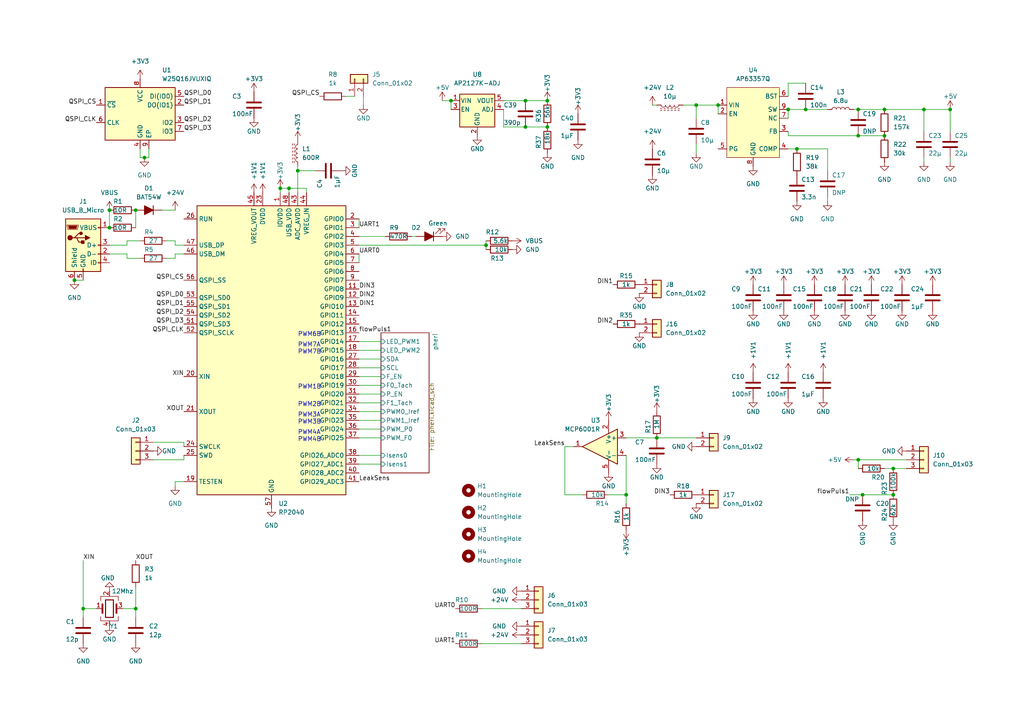
<source format=kicad_sch>
(kicad_sch (version 20211123) (generator eeschema)
  (paper "A4")
  (lib_symbols
    (symbol "Amplifier_Operational:MCP6001R" (pin_names (offset 0.127))
      (property "Reference" "U" (at 0 5.08 0))
      (property "Value" "MCP6001R" (at 0 -5.08 0))
      (symbol "MCP6001R_0_1"
        (pin power_in line (at -2.54 7.62 270) (length 3.81) (name "V+") (number "2"))
        (pin power_in line (at -2.54 -7.62 90) (length 3.81) (name "V-") (number "5"))
      )
      (symbol "MCP6001R_1_1"
        (pin output line (at 7.62 0 180) (length 2.54) (name "~") (number "1"))
        (pin input line (at -7.62 2.54 0) (length 2.54) (name "+") (number "3"))
        (pin input line (at -7.62 -2.54 0) (length 2.54) (name "-") (number "4"))
      )
    )
    (symbol "Bergi:AP63357Q"
      (property "Reference" "U" (at -6.35 11.43 0))
      (property "Value" "AP63357Q" (at -2.54 8.89 0))
      (symbol "AP63357Q_1_1"
        (pin unspecified line (at -10.16 2.54 0) (length 2.54) (name "VIN") (number "1"))
        (pin unspecified line (at -10.16 0 0) (length 2.54) (name "EN") (number "2"))
        (pin unspecified line (at 10.16 -5.08 180) (length 2.54) (name "FB") (number "3"))
        (pin unspecified line (at 10.16 -10.16 180) (length 2.54) (name "COMP") (number "4"))
        (pin unspecified line (at -10.16 -10.16 0) (length 2.54) (name "PG") (number "5"))
        (pin unspecified line (at 10.16 5.08 180) (length 2.54) (name "BST") (number "6"))
        (pin unspecified line (at 10.16 -1.27 180) (length 2.54) (name "NC") (number "7"))
        (pin unspecified line (at 0 -15.24 90) (length 2.54) (name "GND") (number "8"))
        (pin unspecified line (at 10.16 1.27 180) (length 2.54) (name "SW") (number "9"))
      )
    )
    (symbol "Bergi:W25Q16JVUXIQ"
      (property "Reference" "U" (at -8.89 8.89 0))
      (property "Value" "W25Q16JVUXIQ" (at 7.62 8.89 0))
      (symbol "W25Q16JVUXIQ_1_1"
        (pin input line (at -12.7 2.54 0) (length 2.54) (name "~{CS}") (number "1"))
        (pin bidirectional line (at 12.7 2.54 180) (length 2.54) (name "DO(IO1)") (number "2"))
        (pin bidirectional line (at 12.7 -2.54 180) (length 2.54) (name "IO2") (number "3"))
        (pin power_in line (at 0 -10.16 90) (length 2.54) (name "GND") (number "4"))
        (pin bidirectional line (at 12.7 5.08 180) (length 2.54) (name "DI(IO0)") (number "5"))
        (pin input line (at -12.7 -2.54 0) (length 2.54) (name "CLK") (number "6"))
        (pin bidirectional line (at 12.7 -5.08 180) (length 2.54) (name "IO3") (number "7"))
        (pin power_in line (at 0 10.16 270) (length 2.54) (name "VCC") (number "8"))
        (pin passive line (at 2.54 -10.16 90) (length 2.54) (name "EP") (number "9"))
      )
    )
    (symbol "Connector:USB_B_Micro" (pin_names (offset 1.016))
      (property "Reference" "J" (at -5.08 11.43 0))
      (property "Value" "USB_B_Micro" (at -5.08 8.89 0))
      (symbol "USB_B_Micro_1_1"
        (pin power_out line (at 7.62 5.08 180) (length 2.54) (name "VBUS") (number "1"))
        (pin bidirectional line (at 7.62 -2.54 180) (length 2.54) (name "D-") (number "2"))
        (pin bidirectional line (at 7.62 0 180) (length 2.54) (name "D+") (number "3"))
        (pin passive line (at 7.62 -5.08 180) (length 2.54) (name "ID") (number "4"))
        (pin power_out line (at 0 -10.16 90) (length 2.54) (name "GND") (number "5"))
        (pin passive line (at -2.54 -10.16 90) (length 2.54) (name "Shield") (number "6"))
      )
    )
    (symbol "Connector_Generic:Conn_01x02" (pin_names (offset 1.016) hide)
      (property "Reference" "J" (at 0 2.54 0))
      (property "Value" "Conn_01x02" (at 0 -5.08 0))
      (symbol "Conn_01x02_1_1"
        (pin passive line (at -5.08 0 0) (length 3.81) (name "Pin_1") (number "1"))
        (pin passive line (at -5.08 -2.54 0) (length 3.81) (name "Pin_2") (number "2"))
      )
    )
    (symbol "Connector_Generic:Conn_01x03" (pin_names (offset 1.016) hide)
      (property "Reference" "J" (at 0 5.08 0))
      (property "Value" "Conn_01x03" (at 0 -5.08 0))
      (symbol "Conn_01x03_1_1"
        (pin passive line (at -5.08 2.54 0) (length 3.81) (name "Pin_1") (number "1"))
        (pin passive line (at -5.08 0 0) (length 3.81) (name "Pin_2") (number "2"))
        (pin passive line (at -5.08 -2.54 0) (length 3.81) (name "Pin_3") (number "3"))
      )
    )
    (symbol "Device:C" (pin_numbers hide) (pin_names (offset 0.254))
      (property "Reference" "C" (at 0.635 2.54 0))
      (property "Value" "C" (at 0.635 -2.54 0))
      (symbol "C_1_1"
        (pin passive line (at 0 3.81 270) (length 2.794) (name "~") (number "1"))
        (pin passive line (at 0 -3.81 90) (length 2.794) (name "~") (number "2"))
      )
    )
    (symbol "Device:Crystal_GND24" (pin_names (offset 1.016) hide)
      (property "Reference" "Y" (at 3.175 5.08 0))
      (property "Value" "Crystal_GND24" (at 3.175 3.175 0))
      (symbol "Crystal_GND24_1_1"
        (pin passive line (at -3.81 0 0) (length 1.27) (name "1") (number "1"))
        (pin passive line (at 0 5.08 270) (length 1.27) (name "2") (number "2"))
        (pin passive line (at 3.81 0 180) (length 1.27) (name "3") (number "3"))
        (pin passive line (at 0 -5.08 90) (length 1.27) (name "4") (number "4"))
      )
    )
    (symbol "Device:D_Filled" (pin_numbers hide) (pin_names (offset 1.016) hide)
      (property "Reference" "D" (at 0 2.54 0))
      (property "Value" "D_Filled" (at 0 -2.54 0))
      (symbol "D_Filled_1_1"
        (pin passive line (at -3.81 0 0) (length 2.54) (name "K") (number "1"))
        (pin passive line (at 3.81 0 180) (length 2.54) (name "A") (number "2"))
      )
    )
    (symbol "Device:L" (pin_numbers hide) (pin_names (offset 1.016) hide)
      (property "Reference" "L" (at -1.27 0 90))
      (property "Value" "L" (at 1.905 0 90))
      (symbol "L_1_1"
        (pin passive line (at 0 3.81 270) (length 1.27) (name "1") (number "1"))
        (pin passive line (at 0 -3.81 90) (length 1.27) (name "2") (number "2"))
      )
    )
    (symbol "Device:LED_Filled" (pin_numbers hide) (pin_names (offset 1.016) hide)
      (property "Reference" "D" (at 0 2.54 0))
      (property "Value" "LED_Filled" (at 0 -2.54 0))
      (symbol "LED_Filled_1_1"
        (pin passive line (at -3.81 0 0) (length 2.54) (name "K") (number "1"))
        (pin passive line (at 3.81 0 180) (length 2.54) (name "A") (number "2"))
      )
    )
    (symbol "Device:L_Ferrite" (pin_numbers hide) (pin_names (offset 1.016) hide)
      (property "Reference" "L" (at -1.27 0 90))
      (property "Value" "L_Ferrite" (at 2.794 0 90))
      (symbol "L_Ferrite_1_1"
        (pin passive line (at 0 3.81 270) (length 1.27) (name "1") (number "1"))
        (pin passive line (at 0 -3.81 90) (length 1.27) (name "2") (number "2"))
      )
    )
    (symbol "Device:R" (pin_numbers hide) (pin_names (offset 0))
      (property "Reference" "R" (at 2.032 0 90))
      (property "Value" "R" (at 0 0 90))
      (symbol "R_1_1"
        (pin passive line (at 0 3.81 270) (length 1.27) (name "~") (number "1"))
        (pin passive line (at 0 -3.81 90) (length 1.27) (name "~") (number "2"))
      )
    )
    (symbol "MCU_RaspberryPi:RP2040"
      (property "Reference" "U" (at 17.78 45.72 0))
      (property "Value" "RP2040" (at 17.78 43.18 0))
      (symbol "RP2040_1_1"
        (pin power_in line (at 2.54 45.72 270) (length 3.81) (name "IOVDD") (number "1"))
        (pin passive line (at 2.54 45.72 270) (length 3.81) hide (name "IOVDD") (number "10"))
        (pin bidirectional line (at 25.4 17.78 180) (length 3.81) (name "GPIO8") (number "11"))
        (pin bidirectional line (at 25.4 15.24 180) (length 3.81) (name "GPIO9") (number "12"))
        (pin bidirectional line (at 25.4 12.7 180) (length 3.81) (name "GPIO10") (number "13"))
        (pin bidirectional line (at 25.4 10.16 180) (length 3.81) (name "GPIO11") (number "14"))
        (pin bidirectional line (at 25.4 7.62 180) (length 3.81) (name "GPIO12") (number "15"))
        (pin bidirectional line (at 25.4 5.08 180) (length 3.81) (name "GPIO13") (number "16"))
        (pin bidirectional line (at 25.4 2.54 180) (length 3.81) (name "GPIO14") (number "17"))
        (pin bidirectional line (at 25.4 0 180) (length 3.81) (name "GPIO15") (number "18"))
        (pin input line (at -25.4 -38.1 0) (length 3.81) (name "TESTEN") (number "19"))
        (pin bidirectional line (at 25.4 38.1 180) (length 3.81) (name "GPIO0") (number "2"))
        (pin input line (at -25.4 -7.62 0) (length 3.81) (name "XIN") (number "20"))
        (pin passive line (at -25.4 -17.78 0) (length 3.81) (name "XOUT") (number "21"))
        (pin passive line (at 2.54 45.72 270) (length 3.81) hide (name "IOVDD") (number "22"))
        (pin power_in line (at -2.54 45.72 270) (length 3.81) (name "DVDD") (number "23"))
        (pin output line (at -25.4 -27.94 0) (length 3.81) (name "SWCLK") (number "24"))
        (pin bidirectional line (at -25.4 -30.48 0) (length 3.81) (name "SWD") (number "25"))
        (pin input line (at -25.4 38.1 0) (length 3.81) (name "RUN") (number "26"))
        (pin bidirectional line (at 25.4 -2.54 180) (length 3.81) (name "GPIO16") (number "27"))
        (pin bidirectional line (at 25.4 -5.08 180) (length 3.81) (name "GPIO17") (number "28"))
        (pin bidirectional line (at 25.4 -7.62 180) (length 3.81) (name "GPIO18") (number "29"))
        (pin bidirectional line (at 25.4 35.56 180) (length 3.81) (name "GPIO1") (number "3"))
        (pin bidirectional line (at 25.4 -10.16 180) (length 3.81) (name "GPIO19") (number "30"))
        (pin bidirectional line (at 25.4 -12.7 180) (length 3.81) (name "GPIO20") (number "31"))
        (pin bidirectional line (at 25.4 -15.24 180) (length 3.81) (name "GPIO21") (number "32"))
        (pin passive line (at 2.54 45.72 270) (length 3.81) hide (name "IOVDD") (number "33"))
        (pin bidirectional line (at 25.4 -17.78 180) (length 3.81) (name "GPIO22") (number "34"))
        (pin bidirectional line (at 25.4 -20.32 180) (length 3.81) (name "GPIO23") (number "35"))
        (pin bidirectional line (at 25.4 -22.86 180) (length 3.81) (name "GPIO24") (number "36"))
        (pin bidirectional line (at 25.4 -25.4 180) (length 3.81) (name "GPIO25") (number "37"))
        (pin bidirectional line (at 25.4 -30.48 180) (length 3.81) (name "GPIO26_ADC0") (number "38"))
        (pin bidirectional line (at 25.4 -33.02 180) (length 3.81) (name "GPIO27_ADC1") (number "39"))
        (pin bidirectional line (at 25.4 33.02 180) (length 3.81) (name "GPIO2") (number "4"))
        (pin bidirectional line (at 25.4 -35.56 180) (length 3.81) (name "GPIO28_ADC2") (number "40"))
        (pin bidirectional line (at 25.4 -38.1 180) (length 3.81) (name "GPIO29_ADC3") (number "41"))
        (pin passive line (at 2.54 45.72 270) (length 3.81) hide (name "IOVDD") (number "42"))
        (pin power_in line (at 7.62 45.72 270) (length 3.81) (name "ADC_AVDD") (number "43"))
        (pin power_in line (at 10.16 45.72 270) (length 3.81) (name "VREG_IN") (number "44"))
        (pin power_out line (at -5.08 45.72 270) (length 3.81) (name "VREG_VOUT") (number "45"))
        (pin bidirectional line (at -25.4 27.94 0) (length 3.81) (name "USB_DM") (number "46"))
        (pin bidirectional line (at -25.4 30.48 0) (length 3.81) (name "USB_DP") (number "47"))
        (pin power_in line (at 5.08 45.72 270) (length 3.81) (name "USB_VDD") (number "48"))
        (pin passive line (at 2.54 45.72 270) (length 3.81) hide (name "IOVDD") (number "49"))
        (pin bidirectional line (at 25.4 30.48 180) (length 3.81) (name "GPIO3") (number "5"))
        (pin passive line (at -2.54 45.72 270) (length 3.81) hide (name "DVDD") (number "50"))
        (pin bidirectional line (at -25.4 7.62 0) (length 3.81) (name "QSPI_SD3") (number "51"))
        (pin output line (at -25.4 5.08 0) (length 3.81) (name "QSPI_SCLK") (number "52"))
        (pin bidirectional line (at -25.4 15.24 0) (length 3.81) (name "QSPI_SD0") (number "53"))
        (pin bidirectional line (at -25.4 10.16 0) (length 3.81) (name "QSPI_SD2") (number "54"))
        (pin bidirectional line (at -25.4 12.7 0) (length 3.81) (name "QSPI_SD1") (number "55"))
        (pin bidirectional line (at -25.4 20.32 0) (length 3.81) (name "QSPI_SS") (number "56"))
        (pin power_in line (at 0 -45.72 90) (length 3.81) (name "GND") (number "57"))
        (pin bidirectional line (at 25.4 27.94 180) (length 3.81) (name "GPIO4") (number "6"))
        (pin bidirectional line (at 25.4 25.4 180) (length 3.81) (name "GPIO5") (number "7"))
        (pin bidirectional line (at 25.4 22.86 180) (length 3.81) (name "GPIO6") (number "8"))
        (pin bidirectional line (at 25.4 20.32 180) (length 3.81) (name "GPIO7") (number "9"))
      )
    )
    (symbol "Mechanical:MountingHole" (pin_names (offset 1.016))
      (property "Reference" "H" (at 0 5.08 0))
      (property "Value" "MountingHole" (at 0 3.175 0))
    )
    (symbol "Regulator_Linear:AP2127K-ADJ" (pin_names (offset 0.254))
      (property "Reference" "U" (at -5.08 5.715 0))
      (property "Value" "AP2127K-ADJ" (at 0 5.715 0))
      (symbol "AP2127K-ADJ_1_1"
        (pin power_in line (at -7.62 2.54 0) (length 2.54) (name "VIN") (number "1"))
        (pin power_in line (at 0 -7.62 90) (length 2.54) (name "GND") (number "2"))
        (pin input line (at -7.62 0 0) (length 2.54) (name "EN") (number "3"))
        (pin input line (at 7.62 0 180) (length 2.54) (name "ADJ") (number "4"))
        (pin power_out line (at 7.62 2.54 180) (length 2.54) (name "VOUT") (number "5"))
      )
    )
    (symbol "power:+1V1" (power) (pin_names (offset 0))
      (property "Value" "+1V1" (at 0 3.556 0))
      (symbol "+1V1_1_1"
        (pin power_in line (at 0 0 90) (length 0) hide (name "+1V1") (number "1"))
      )
    )
    (symbol "power:+24V" (power) (pin_names (offset 0))
      (property "Value" "+24V" (at 0 3.556 0))
      (symbol "+24V_1_1"
        (pin power_in line (at 0 0 90) (length 0) hide (name "+24V") (number "1"))
      )
    )
    (symbol "power:+3V3" (power) (pin_names (offset 0))
      (property "Value" "+3V3" (at 0 3.556 0))
      (symbol "+3V3_1_1"
        (pin power_in line (at 0 0 90) (length 0) hide (name "+3V3") (number "1"))
      )
    )
    (symbol "power:+5V" (power) (pin_names (offset 0))
      (property "Value" "+5V" (at 0 3.556 0))
      (symbol "+5V_1_1"
        (pin power_in line (at 0 0 90) (length 0) hide (name "+5V") (number "1"))
      )
    )
    (symbol "power:GND" (power) (pin_names (offset 0))
      (property "Value" "GND" (at 0 -3.81 0))
      (symbol "GND_1_1"
        (pin power_in line (at 0 0 270) (length 0) hide (name "GND") (number "1"))
      )
    )
    (symbol "power:VBUS" (power) (pin_names (offset 0))
      (property "Value" "VBUS" (at 0 3.81 0))
      (symbol "VBUS_1_1"
        (pin power_in line (at 0 0 90) (length 0) hide (name "VBUS") (number "1"))
      )
    )
  )
  (junction (at 152.4 36.83))
  (junction (at 181.61 143.51))
  (junction (at 152.4 29.21))
  (junction (at 201.93 30.48))
  (junction (at 248.92 133.35))
  (junction (at 39.37 60.96))
  (junction (at 31.75 66.04))
  (junction (at 21.59 81.28))
  (junction (at 256.54 31.75))
  (junction (at 86.36 49.53))
  (junction (at 259.08 135.89))
  (junction (at 259.08 143.51))
  (junction (at 41.91 45.72))
  (junction (at 130.81 29.21))
  (junction (at 81.28 54.61))
  (junction (at 158.75 29.21))
  (junction (at 140.97 71.12))
  (junction (at 228.6 31.75))
  (junction (at 83.82 54.61))
  (junction (at 24.13 176.53))
  (junction (at 231.14 43.18))
  (junction (at 39.37 176.53))
  (junction (at 267.97 31.75))
  (junction (at 233.68 31.75))
  (junction (at 248.92 31.75))
  (junction (at 256.54 39.37))
  (junction (at 158.75 36.83))
  (junction (at 190.5 127))
  (junction (at 31.75 60.96))
  (junction (at 275.59 31.75))
  (junction (at 250.19 143.51))
  (junction (at 208.28 30.48))
  (junction (at 248.92 39.37))
  (wire (pts (xy 104.14 73.66) (xy 104.14 76.2)))
  (wire (pts (xy 81.28 54.61) (xy 83.82 54.61)))
  (wire (pts (xy 128.27 29.21) (xy 130.81 29.21)))
  (wire (pts (xy 40.64 43.18) (xy 40.64 45.72)))
  (wire (pts (xy 275.59 46.99) (xy 275.59 45.72)))
  (wire (pts (xy 104.14 109.22) (xy 110.49 109.22)))
  (wire (pts (xy 83.82 54.61) (xy 88.9 54.61)))
  (wire (pts (xy 198.12 30.48) (xy 201.93 30.48)))
  (wire (pts (xy 248.92 31.75) (xy 256.54 31.75)))
  (wire (pts (xy 104.14 134.62) (xy 110.49 134.62)))
  (wire (pts (xy 24.13 162.56) (xy 24.13 176.53)))
  (wire (pts (xy 50.8 69.85) (xy 48.26 69.85)))
  (wire (pts (xy 104.14 71.12) (xy 140.97 71.12)))
  (wire (pts (xy 248.92 133.35) (xy 248.92 135.89)))
  (wire (pts (xy 44.45 133.35) (xy 53.34 133.35)))
  (wire (pts (xy 228.6 34.29) (xy 228.6 31.75)))
  (wire (pts (xy 119.38 68.58) (xy 120.65 68.58)))
  (wire (pts (xy 208.28 30.48) (xy 208.28 33.02)))
  (wire (pts (xy 259.08 135.89) (xy 262.89 135.89)))
  (wire (pts (xy 181.61 127) (xy 190.5 127)))
  (wire (pts (xy 50.8 73.66) (xy 53.34 73.66)))
  (wire (pts (xy 104.14 114.3) (xy 110.49 114.3)))
  (wire (pts (xy 163.83 129.54) (xy 166.37 129.54)))
  (wire (pts (xy 140.97 71.12) (xy 140.97 72.39)))
  (wire (pts (xy 53.34 71.12) (xy 50.8 71.12)))
  (wire (pts (xy 100.33 27.94) (xy 102.87 27.94)))
  (wire (pts (xy 104.14 104.14) (xy 110.49 104.14)))
  (wire (pts (xy 104.14 99.06) (xy 110.49 99.06)))
  (wire (pts (xy 104.14 121.92) (xy 110.49 121.92)))
  (wire (pts (xy 104.14 63.5) (xy 104.14 66.04)))
  (wire (pts (xy 43.18 45.72) (xy 43.18 43.18)))
  (wire (pts (xy 246.38 143.51) (xy 250.19 143.51)))
  (wire (pts (xy 231.14 43.18) (xy 228.6 43.18)))
  (wire (pts (xy 50.8 71.12) (xy 50.8 69.85)))
  (wire (pts (xy 36.83 69.85) (xy 36.83 71.12)))
  (wire (pts (xy 104.14 68.58) (xy 111.76 68.58)))
  (wire (pts (xy 50.8 139.7) (xy 53.34 139.7)))
  (wire (pts (xy 181.61 143.51) (xy 181.61 146.05)))
  (wire (pts (xy 104.14 132.08) (xy 110.49 132.08)))
  (wire (pts (xy 105.41 27.94) (xy 105.41 30.48)))
  (wire (pts (xy 163.83 143.51) (xy 163.83 129.54)))
  (wire (pts (xy 176.53 143.51) (xy 181.61 143.51)))
  (wire (pts (xy 201.93 34.29) (xy 201.93 30.48)))
  (wire (pts (xy 267.97 46.99) (xy 267.97 45.72)))
  (wire (pts (xy 189.23 30.48) (xy 190.5 30.48)))
  (wire (pts (xy 201.93 30.48) (xy 208.28 30.48)))
  (wire (pts (xy 140.97 69.85) (xy 140.97 71.12)))
  (wire (pts (xy 168.91 143.51) (xy 163.83 143.51)))
  (wire (pts (xy 130.81 29.21) (xy 130.81 31.75)))
  (wire (pts (xy 146.05 31.75) (xy 146.05 36.83)))
  (wire (pts (xy 240.03 49.53) (xy 240.03 43.18)))
  (wire (pts (xy 228.6 27.94) (xy 228.6 24.13)))
  (wire (pts (xy 53.34 128.27) (xy 44.45 128.27)))
  (wire (pts (xy 104.14 124.46) (xy 110.49 124.46)))
  (wire (pts (xy 39.37 176.53) (xy 39.37 179.07)))
  (wire (pts (xy 233.68 31.75) (xy 240.03 31.75)))
  (wire (pts (xy 81.28 54.61) (xy 81.28 55.88)))
  (wire (pts (xy 31.75 73.66) (xy 36.83 73.66)))
  (wire (pts (xy 35.56 176.53) (xy 39.37 176.53)))
  (wire (pts (xy 83.82 54.61) (xy 83.82 55.88)))
  (wire (pts (xy 240.03 58.42) (xy 240.03 57.15)))
  (wire (pts (xy 21.59 81.28) (xy 24.13 81.28)))
  (wire (pts (xy 248.92 133.35) (xy 262.89 133.35)))
  (wire (pts (xy 275.59 38.1) (xy 275.59 31.75)))
  (wire (pts (xy 139.7 186.69) (xy 151.13 186.69)))
  (wire (pts (xy 31.75 66.04) (xy 31.75 60.96)))
  (wire (pts (xy 190.5 127) (xy 201.93 127)))
  (wire (pts (xy 24.13 176.53) (xy 27.94 176.53)))
  (wire (pts (xy 104.14 101.6) (xy 110.49 101.6)))
  (wire (pts (xy 104.14 106.68) (xy 110.49 106.68)))
  (wire (pts (xy 152.4 29.21) (xy 158.75 29.21)))
  (wire (pts (xy 88.9 54.61) (xy 88.9 55.88)))
  (wire (pts (xy 267.97 31.75) (xy 267.97 38.1)))
  (wire (pts (xy 228.6 39.37) (xy 248.92 39.37)))
  (wire (pts (xy 104.14 127) (xy 110.49 127)))
  (wire (pts (xy 152.4 36.83) (xy 158.75 36.83)))
  (wire (pts (xy 40.64 45.72) (xy 41.91 45.72)))
  (wire (pts (xy 24.13 179.07) (xy 24.13 176.53)))
  (wire (pts (xy 248.92 39.37) (xy 256.54 39.37)))
  (wire (pts (xy 256.54 31.75) (xy 267.97 31.75)))
  (wire (pts (xy 247.65 31.75) (xy 248.92 31.75)))
  (wire (pts (xy 256.54 135.89) (xy 259.08 135.89)))
  (wire (pts (xy 104.14 119.38) (xy 110.49 119.38)))
  (wire (pts (xy 40.64 69.85) (xy 36.83 69.85)))
  (wire (pts (xy 53.34 133.35) (xy 53.34 132.08)))
  (wire (pts (xy 48.26 74.93) (xy 50.8 74.93)))
  (wire (pts (xy 247.65 133.35) (xy 248.92 133.35)))
  (wire (pts (xy 146.05 36.83) (xy 152.4 36.83)))
  (wire (pts (xy 250.19 143.51) (xy 259.08 143.51)))
  (wire (pts (xy 86.36 49.53) (xy 86.36 55.88)))
  (wire (pts (xy 53.34 129.54) (xy 53.34 128.27)))
  (wire (pts (xy 201.93 44.45) (xy 201.93 41.91)))
  (wire (pts (xy 104.14 116.84) (xy 110.49 116.84)))
  (wire (pts (xy 39.37 170.18) (xy 39.37 176.53)))
  (wire (pts (xy 50.8 74.93) (xy 50.8 73.66)))
  (wire (pts (xy 41.91 45.72) (xy 43.18 45.72)))
  (wire (pts (xy 36.83 74.93) (xy 40.64 74.93)))
  (wire (pts (xy 139.7 176.53) (xy 151.13 176.53)))
  (wire (pts (xy 86.36 49.53) (xy 91.44 49.53)))
  (wire (pts (xy 36.83 71.12) (xy 31.75 71.12)))
  (wire (pts (xy 39.37 60.96) (xy 39.37 66.04)))
  (wire (pts (xy 50.8 140.97) (xy 50.8 139.7)))
  (wire (pts (xy 36.83 73.66) (xy 36.83 74.93)))
  (wire (pts (xy 86.36 48.26) (xy 86.36 49.53)))
  (wire (pts (xy 228.6 24.13) (xy 233.68 24.13)))
  (wire (pts (xy 275.59 31.75) (xy 267.97 31.75)))
  (wire (pts (xy 228.6 31.75) (xy 233.68 31.75)))
  (wire (pts (xy 104.14 111.76) (xy 110.49 111.76)))
  (wire (pts (xy 228.6 38.1) (xy 228.6 39.37)))
  (wire (pts (xy 146.05 29.21) (xy 152.4 29.21)))
  (wire (pts (xy 46.99 60.96) (xy 50.8 60.96)))
  (wire (pts (xy 181.61 132.08) (xy 181.61 143.51)))
  (wire (pts (xy 240.03 43.18) (xy 231.14 43.18)))
  (text "PWM2B" (at 86.36 118.11 0) (effects (font (size 1.27 1.27)) (justify left bottom)))
  (text "PWM3A\nPWM3B" (at 86.36 123.19 0) (effects (font (size 1.27 1.27)) (justify left bottom)))
  (text "PWM6B" (at 86.36 97.79 0) (effects (font (size 1.27 1.27)) (justify left bottom)))
  (text "PWM7A\nPWM7B" (at 86.36 102.87 0) (effects (font (size 1.27 1.27)) (justify left bottom)))
  (text "PWM1B" (at 86.36 113.03 0) (effects (font (size 1.27 1.27)) (justify left bottom)))
  (text "PWM4A\nPWM4B" (at 86.36 128.27 0) (effects (font (size 1.27 1.27)) (justify left bottom)))
  (label "LeakSens" (at 163.83 129.54 180))
  (label "XIN" (at 24.13 162.56 0))
  (label "QSPI_D1" (at 53.34 88.9 180))
  (label "UART1" (at 104.14 66.04 0))
  (label "DIN1" (at 177.8 82.55 180))
  (label "DIN1" (at 104.14 88.9 0))
  (label "QSPI_CS" (at 92.71 27.94 180))
  (label "QSPI_CS" (at 53.34 81.28 180))
  (label "XOUT" (at 39.37 162.56 0))
  (label "UART1" (at 132.08 186.69 180))
  (label "QSPI_CLK" (at 27.94 35.56 180))
  (label "UART0" (at 104.14 73.66 0))
  (label "DIN2" (at 104.14 86.36 0))
  (label "QSPI_D1" (at 53.34 30.48 0))
  (label "QSPI_D0" (at 53.34 27.94 0))
  (label "DIN2" (at 177.8 93.98 180))
  (label "flowPuls1" (at 246.38 143.51 180))
  (label "QSPI_D2" (at 53.34 35.56 0))
  (label "DIN3" (at 104.14 83.82 0))
  (label "XOUT" (at 53.34 119.38 180))
  (label "UART0" (at 132.08 176.53 180))
  (label "QSPI_D0" (at 53.34 86.36 180))
  (label "flowPuls1" (at 104.14 96.52 0))
  (label "QSPI_D3" (at 53.34 93.98 180))
  (label "QSPI_D2" (at 53.34 91.44 180))
  (label "XIN" (at 53.34 109.22 180))
  (label "LeakSens" (at 104.14 139.7 0))
  (label "QSPI_CLK" (at 53.34 96.52 180))
  (label "QSPI_D3" (at 53.34 38.1 0))
  (label "DIN3" (at 194.31 143.51 180))
  (label "QSPI_CS" (at 27.94 30.48 180))
  (symbol (lib_id "Device:R") (at 259.08 139.7 0) (unit 1)
    (property "Reference" "R23" (at 256.54 139.7 90) (effects (justify right)))
    (property "Value" "100k" (at 259.08 137.16 90) (effects (justify right)))
    (property "Footprint" "Resistor_SMD:R_0603_1608Metric" (effects hide))
  )
  (symbol (lib_id "Bergi:W25Q16JVUXIQ") (at 40.64 33.02 0) (unit 1)
    (property "Reference" "U1" (at 46.99 20.32 0) (effects (justify left)))
    (property "Value" "W25Q16JVUXIQ" (at 46.99 22.86 0) (effects (justify left)))
    (property "Footprint" "Bergi:DFN-8-1EP_3x2mm_P0.5mm_EP0.3x1.6mm" (effects hide))
    (property "Datasheet" "http://www.winbond.com/resource-files/w25q32jv%20revg%2003272018%20plus.pdf" (effects hide))
  )
  (symbol (lib_id "Mechanical:MountingHole") (at 135.89 161.29 0) (unit 1)
    (property "Reference" "H4" (at 138.43 160.0199 0) (effects (justify left)))
    (property "Value" "MountingHole" (at 138.43 162.5599 0) (effects (justify left)))
    (property "Footprint" "MountingHole:MountingHole_3.2mm_M3_DIN965" (effects hide))
  )
  (symbol (lib_id "Bergi:AP63357Q") (at 218.44 33.02 0) (unit 1)
    (property "Reference" "U4" (at 218.44 20.32 0))
    (property "Value" "AP63357Q" (at 218.44 22.86 0))
    (property "Footprint" "Bergi:V-DFN3020-13" (effects hide))
  )
  (symbol (lib_id "Device:R") (at 96.52 27.94 90) (unit 1)
    (property "Reference" "R8" (at 96.52 21.59 90))
    (property "Value" "1k" (at 96.52 24.13 90))
    (property "Footprint" "Resistor_SMD:R_0603_1608Metric" (effects hide))
  )
  (symbol (lib_id "power:GND") (at 44.45 130.81 90) (unit 1)
    (property "Reference" "#PWR09" (effects hide))
    (property "Value" "GND" (at 46.99 130.81 90) (effects (justify right)))
  )
  (symbol (lib_id "power:GND") (at 189.23 50.8 0) (unit 1)
    (property "Reference" "#PWR040" (effects hide))
    (property "Value" "GND" (at 189.23 54.61 0))
  )
  (symbol (lib_id "power:+5V") (at 128.27 29.21 0) (unit 1)
    (property "Reference" "#PWR0103" (effects hide))
    (property "Value" "+5V" (at 128.27 25.4 0))
  )
  (symbol (lib_id "Device:R") (at 158.75 40.64 180) (unit 1)
    (property "Reference" "R37" (at 156.21 43.18 90) (effects (justify right)))
    (property "Value" "18k" (at 158.75 41.91 90) (effects (justify right)))
    (property "Footprint" "Resistor_SMD:R_0603_1608Metric" (effects hide))
  )
  (symbol (lib_id "Device:R") (at 231.14 46.99 0) (unit 1)
    (property "Reference" "R19" (at 233.68 45.7199 0) (effects (justify left)))
    (property "Value" "38k" (at 233.68 48.2599 0) (effects (justify left)))
    (property "Footprint" "Resistor_SMD:R_0603_1608Metric" (effects hide))
  )
  (symbol (lib_id "Device:C") (at 228.6 111.76 0) (unit 1)
    (property "Reference" "C12" (at 222.25 109.22 0) (effects (justify left)))
    (property "Value" "100nF" (at 222.25 114.3 0) (effects (justify left)))
    (property "Footprint" "Capacitor_SMD:C_0603_1608Metric" (effects hide))
  )
  (symbol (lib_id "power:GND") (at 128.27 68.58 90) (unit 1)
    (property "Reference" "#PWR027" (effects hide))
    (property "Value" "GND" (at 132.08 68.5799 90) (effects (justify right)))
  )
  (symbol (lib_id "power:VBUS") (at 31.75 60.96 0) (unit 1)
    (property "Reference" "#PWR03" (effects hide))
    (property "Value" "VBUS" (at 31.75 55.88 0))
  )
  (symbol (lib_id "Device:C") (at 275.59 41.91 180) (unit 1)
    (property "Reference" "C25" (at 276.86 39.37 0) (effects (justify right)))
    (property "Value" "22µ" (at 276.86 44.45 0) (effects (justify right)))
    (property "Footprint" "Capacitor_SMD:C_1206_3216Metric" (effects hide))
  )
  (symbol (lib_id "Device:C") (at 248.92 35.56 180) (unit 1)
    (property "Reference" "C19" (at 250.19 33.02 0) (effects (justify right)))
    (property "Value" "DNP" (at 250.19 38.1 0) (effects (justify right)))
    (property "Footprint" "Capacitor_SMD:C_0603_1608Metric" (effects hide))
  )
  (symbol (lib_id "Device:C") (at 218.44 111.76 0) (unit 1)
    (property "Reference" "C10" (at 212.09 109.22 0) (effects (justify left)))
    (property "Value" "100nF" (at 212.09 114.3 0) (effects (justify left)))
    (property "Footprint" "Capacitor_SMD:C_0603_1608Metric" (effects hide))
  )
  (symbol (lib_id "power:GND") (at 176.53 137.16 0) (unit 1)
    (property "Reference" "#PWR035" (effects hide))
    (property "Value" "GND" (at 176.53 140.97 0))
  )
  (symbol (lib_id "Connector_Generic:Conn_01x02") (at 190.5 93.98 0) (unit 1)
    (property "Reference" "J16" (at 193.04 93.9799 0) (effects (justify left)))
    (property "Value" "Conn_01x02" (at 193.04 96.5199 0) (effects (justify left)))
    (property "Footprint" "Connector_JST:JST_EH_B2B-EH-A_1x02_P2.50mm_Vertical" (effects hide))
  )
  (symbol (lib_id "Device:R") (at 158.75 33.02 180) (unit 1)
    (property "Reference" "R36" (at 156.21 35.56 90) (effects (justify right)))
    (property "Value" "56k" (at 158.75 34.29 90) (effects (justify right)))
    (property "Footprint" "Resistor_SMD:R_0603_1608Metric" (effects hide))
  )
  (symbol (lib_id "Device:C") (at 252.73 86.36 0) (unit 1)
    (property "Reference" "C21" (at 246.38 83.82 0) (effects (justify left)))
    (property "Value" "100nF" (at 246.38 88.9 0) (effects (justify left)))
    (property "Footprint" "Capacitor_SMD:C_0603_1608Metric" (effects hide))
  )
  (symbol (lib_id "power:+3V3") (at 270.51 82.55 0) (unit 1)
    (property "Reference" "#PWR072" (effects hide))
    (property "Value" "+3V3" (at 270.51 78.74 0))
  )
  (symbol (lib_id "Device:R") (at 135.89 186.69 270) (unit 1)
    (property "Reference" "R11" (at 135.89 184.15 90) (effects (justify right)))
    (property "Value" "100R" (at 138.43 186.69 90) (effects (justify right)))
    (property "Footprint" "Resistor_SMD:R_0603_1608Metric" (effects hide))
  )
  (symbol (lib_id "Device:L") (at 243.84 31.75 90) (unit 1)
    (property "Reference" "L3" (at 243.84 26.67 90))
    (property "Value" "6.8u" (at 243.84 29.21 90))
    (property "Footprint" "Inductor_SMD:L_Taiyo-Yuden_NR-30xx" (effects hide))
    (property "HTN" "NR3015T6R8M" (effects hide))
  )
  (symbol (lib_id "Device:C") (at 190.5 130.81 0) (unit 1)
    (property "Reference" "C7" (at 184.15 128.27 0) (effects (justify left)))
    (property "Value" "100nF" (at 184.15 133.35 0) (effects (justify left)))
    (property "Footprint" "Capacitor_SMD:C_0603_1608Metric" (effects hide))
  )
  (symbol (lib_id "power:GND") (at 259.08 151.13 0) (unit 1)
    (property "Reference" "#PWR067" (effects hide))
    (property "Value" "GND" (at 259.08 156.21 90))
  )
  (symbol (lib_id "power:+24V") (at 50.8 60.96 0) (unit 1)
    (property "Reference" "#PWR010" (effects hide))
    (property "Value" "+24V" (at 50.8 55.88 0))
  )
  (symbol (lib_id "Device:C") (at 201.93 38.1 180) (unit 1)
    (property "Reference" "C8" (at 203.2 35.56 0) (effects (justify right)))
    (property "Value" "10µ" (at 203.2 40.64 0) (effects (justify right)))
    (property "Footprint" "Capacitor_SMD:C_1210_3225Metric" (effects hide))
  )
  (symbol (lib_id "Device:R") (at 198.12 143.51 90) (unit 1)
    (property "Reference" "R18" (at 198.12 140.97 90))
    (property "Value" "1k" (at 198.12 143.51 90))
    (property "Footprint" "Resistor_SMD:R_0603_1608Metric" (effects hide))
  )
  (symbol (lib_id "power:GND") (at 227.33 90.17 0) (unit 1)
    (property "Reference" "#PWR051" (effects hide))
    (property "Value" "GND" (at 227.33 93.98 0))
  )
  (symbol (lib_id "power:+3V3") (at 218.44 82.55 0) (unit 1)
    (property "Reference" "#PWR046" (effects hide))
    (property "Value" "+3V3" (at 218.44 78.74 0))
  )
  (symbol (lib_id "Device:C") (at 236.22 86.36 0) (unit 1)
    (property "Reference" "C15" (at 229.87 83.82 0) (effects (justify left)))
    (property "Value" "100nF" (at 229.87 88.9 0) (effects (justify left)))
    (property "Footprint" "Capacitor_SMD:C_0603_1608Metric" (effects hide))
  )
  (symbol (lib_id "Device:R") (at 181.61 149.86 180) (unit 1)
    (property "Reference" "R16" (at 179.07 149.86 90))
    (property "Value" "1k" (at 181.61 149.86 90))
    (property "Footprint" "Resistor_SMD:R_0603_1608Metric" (effects hide))
  )
  (symbol (lib_id "Device:C") (at 261.62 86.36 0) (unit 1)
    (property "Reference" "C22" (at 255.27 83.82 0) (effects (justify left)))
    (property "Value" "100nF" (at 255.27 88.9 0) (effects (justify left)))
    (property "Footprint" "Capacitor_SMD:C_0603_1608Metric" (effects hide))
  )
  (symbol (lib_id "Device:C") (at 218.44 86.36 0) (unit 1)
    (property "Reference" "C9" (at 212.09 83.82 0) (effects (justify left)))
    (property "Value" "100nF" (at 212.09 88.9 0) (effects (justify left)))
    (property "Footprint" "Capacitor_SMD:C_0603_1608Metric" (effects hide))
  )
  (symbol (lib_id "Device:C") (at 238.76 111.76 0) (unit 1)
    (property "Reference" "C16" (at 232.41 109.22 0) (effects (justify left)))
    (property "Value" "1µF" (at 232.41 114.3 0) (effects (justify left)))
    (property "Footprint" "Capacitor_SMD:C_0603_1608Metric" (effects hide))
  )
  (symbol (lib_id "Device:R") (at 256.54 43.18 0) (unit 1)
    (property "Reference" "R22" (at 259.08 41.9099 0) (effects (justify left)))
    (property "Value" "30k" (at 259.08 44.4499 0) (effects (justify left)))
    (property "Footprint" "Resistor_SMD:R_0603_1608Metric" (effects hide))
  )
  (symbol (lib_id "power:GND") (at 218.44 48.26 0) (unit 1)
    (property "Reference" "#PWR045" (effects hide))
    (property "Value" "GND" (at 218.44 53.34 0))
  )
  (symbol (lib_id "power:+3V3") (at 73.66 26.67 0) (unit 1)
    (property "Reference" "#PWR012" (effects hide))
    (property "Value" "+3V3" (at 73.66 22.86 0))
  )
  (symbol (lib_id "power:GND") (at 236.22 90.17 0) (unit 1)
    (property "Reference" "#PWR056" (effects hide))
    (property "Value" "GND" (at 236.22 93.98 0))
  )
  (symbol (lib_id "power:GND") (at 218.44 90.17 0) (unit 1)
    (property "Reference" "#PWR047" (effects hide))
    (property "Value" "GND" (at 218.44 93.98 0))
  )
  (symbol (lib_id "Device:R") (at 44.45 74.93 90) (unit 1)
    (property "Reference" "R5" (at 43.18 72.39 90))
    (property "Value" "27" (at 44.45 74.93 90))
    (property "Footprint" "Resistor_SMD:R_0603_1608Metric" (effects hide))
  )
  (symbol (lib_id "power:+3V3") (at 236.22 82.55 0) (unit 1)
    (property "Reference" "#PWR055" (effects hide))
    (property "Value" "+3V3" (at 236.22 78.74 0))
  )
  (symbol (lib_id "power:GND") (at 231.14 58.42 0) (unit 1)
    (property "Reference" "#PWR054" (effects hide))
    (property "Value" "GND" (at 231.14 63.5 0))
  )
  (symbol (lib_id "Device:R") (at 39.37 166.37 0) (unit 1)
    (property "Reference" "R3" (at 41.91 165.0999 0) (effects (justify left)))
    (property "Value" "1k" (at 41.91 167.6399 0) (effects (justify left)))
    (property "Footprint" "Resistor_SMD:R_0603_1608Metric" (effects hide))
  )
  (symbol (lib_id "Device:R") (at 252.73 135.89 90) (unit 1)
    (property "Reference" "R20" (at 252.73 138.43 90) (effects (justify right)))
    (property "Value" "10k" (at 251.46 135.89 90) (effects (justify right)))
    (property "Footprint" "Resistor_SMD:R_0603_1608Metric" (effects hide))
  )
  (symbol (lib_id "power:+3V3") (at 227.33 82.55 0) (unit 1)
    (property "Reference" "#PWR050" (effects hide))
    (property "Value" "+3V3" (at 227.33 78.74 0))
  )
  (symbol (lib_id "Connector_Generic:Conn_01x03") (at 156.21 184.15 0) (unit 1)
    (property "Reference" "J7" (at 158.75 182.8799 0) (effects (justify left)))
    (property "Value" "Conn_01x03" (at 158.75 185.4199 0) (effects (justify left)))
    (property "Footprint" "Connector_Molex:Molex_KK-254_AE-6410-03A_1x03_P2.54mm_Vertical" (effects hide))
  )
  (symbol (lib_id "Device:C") (at 167.64 36.83 0) (unit 1)
    (property "Reference" "C40" (at 162.56 34.29 0) (effects (justify left)))
    (property "Value" "1µF" (at 162.56 39.37 0) (effects (justify left)))
    (property "Footprint" "Capacitor_SMD:C_0603_1608Metric" (effects hide))
  )
  (symbol (lib_id "power:+3V3") (at 167.64 33.02 0) (unit 1)
    (property "Reference" "#PWR0106" (effects hide))
    (property "Value" "+3V3" (at 167.64 27.94 90))
  )
  (symbol (lib_id "power:+3V3") (at 81.28 54.61 0) (unit 1)
    (property "Reference" "#PWR017" (effects hide))
    (property "Value" "+3V3" (at 81.28 49.53 90))
  )
  (symbol (lib_id "Device:L_Ferrite") (at 194.31 30.48 270) (unit 1)
    (property "Reference" "L2" (at 194.31 25.4 90))
    (property "Value" "10µ" (at 194.31 27.94 90))
    (property "Footprint" "Inductor_SMD:L_0805_2012Metric" (effects hide))
  )
  (symbol (lib_id "Connector_Generic:Conn_01x03") (at 156.21 173.99 0) (unit 1)
    (property "Reference" "J6" (at 158.75 172.7199 0) (effects (justify left)))
    (property "Value" "Conn_01x03" (at 158.75 175.2599 0) (effects (justify left)))
    (property "Footprint" "Connector_Molex:Molex_KK-254_AE-6410-03A_1x03_P2.54mm_Vertical" (effects hide))
  )
  (symbol (lib_id "power:GND") (at 201.93 146.05 0) (unit 1)
    (property "Reference" "#PWR0101" (effects hide))
    (property "Value" "GND" (at 201.93 149.86 0))
  )
  (symbol (lib_id "power:GND") (at 31.75 181.61 0) (unit 1)
    (property "Reference" "#PWR05" (effects hide))
    (property "Value" "GND" (at 31.75 185.42 0))
  )
  (symbol (lib_id "Connector:USB_B_Micro") (at 24.13 71.12 0) (unit 1)
    (property "Reference" "J1" (at 24.13 58.42 0))
    (property "Value" "USB_B_Micro" (at 24.13 60.96 0))
    (property "Footprint" "Connector_USB:USB_Micro-B_GCT_USB3076-30-A" (effects hide))
    (property "HTN" "USB3076-30, USB3075-30" (effects hide))
  )
  (symbol (lib_id "power:GND") (at 73.66 34.29 0) (unit 1)
    (property "Reference" "#PWR013" (effects hide))
    (property "Value" "GND" (at 73.66 38.1 0))
  )
  (symbol (lib_id "power:+1V1") (at 218.44 107.95 0) (unit 1)
    (property "Reference" "#PWR048" (effects hide))
    (property "Value" "+1V1" (at 218.44 101.6 90))
  )
  (symbol (lib_id "Device:R") (at 44.45 69.85 90) (unit 1)
    (property "Reference" "R4" (at 43.18 67.31 90))
    (property "Value" "27" (at 44.45 69.85 90))
    (property "Footprint" "Resistor_SMD:R_0603_1608Metric" (effects hide))
  )
  (symbol (lib_id "power:GND") (at 275.59 46.99 0) (unit 1)
    (property "Reference" "#PWR075" (effects hide))
    (property "Value" "GND" (at 275.59 52.07 0))
  )
  (symbol (lib_id "power:GND") (at 270.51 90.17 0) (unit 1)
    (property "Reference" "#PWR073" (effects hide))
    (property "Value" "GND" (at 270.51 93.98 0))
  )
  (symbol (lib_id "power:GND") (at 39.37 186.69 0) (unit 1)
    (property "Reference" "#PWR06" (effects hide))
    (property "Value" "GND" (at 39.37 191.77 0))
  )
  (symbol (lib_id "Device:C") (at 245.11 86.36 0) (unit 1)
    (property "Reference" "C18" (at 238.76 83.82 0) (effects (justify left)))
    (property "Value" "100nF" (at 238.76 88.9 0) (effects (justify left)))
    (property "Footprint" "Capacitor_SMD:C_0603_1608Metric" (effects hide))
  )
  (symbol (lib_id "Device:R") (at 256.54 35.56 0) (unit 1)
    (property "Reference" "R21" (at 259.08 34.2899 0) (effects (justify left)))
    (property "Value" "157k" (at 259.08 36.8299 0) (effects (justify left)))
    (property "Footprint" "Resistor_SMD:R_0603_1608Metric" (effects hide))
  )
  (symbol (lib_id "power:+3V3") (at 176.53 121.92 0) (unit 1)
    (property "Reference" "#PWR034" (effects hide))
    (property "Value" "+3V3" (at 176.53 116.84 90))
  )
  (symbol (lib_id "power:+1V1") (at 73.66 55.88 0) (unit 1)
    (property "Reference" "#PWR014" (effects hide))
    (property "Value" "+1V1" (at 73.66 49.53 90))
  )
  (symbol (lib_id "power:+24V") (at 189.23 30.48 0) (unit 1)
    (property "Reference" "#PWR038" (effects hide))
    (property "Value" "+24V" (at 189.23 25.4 0))
  )
  (symbol (lib_id "power:+1V1") (at 238.76 107.95 0) (unit 1)
    (property "Reference" "#PWR057" (effects hide))
    (property "Value" "+1V1" (at 238.76 101.6 90))
  )
  (symbol (lib_id "Device:C") (at 189.23 46.99 180) (unit 1)
    (property "Reference" "C6" (at 190.5 44.45 0) (effects (justify right)))
    (property "Value" "10µ" (at 190.5 49.53 0) (effects (justify right)))
    (property "Footprint" "Capacitor_SMD:C_1210_3225Metric" (effects hide))
  )
  (symbol (lib_id "power:+24V") (at 151.13 184.15 90) (unit 1)
    (property "Reference" "#PWR033" (effects hide))
    (property "Value" "+24V" (at 142.24 184.15 90) (effects (justify right)))
  )
  (symbol (lib_id "power:GND") (at 250.19 151.13 0) (unit 1)
    (property "Reference" "#PWR063" (effects hide))
    (property "Value" "GND" (at 250.19 156.21 90))
  )
  (symbol (lib_id "Device:R") (at 172.72 143.51 90) (unit 1)
    (property "Reference" "R14" (at 172.72 146.05 90) (effects (justify right)))
    (property "Value" "10k" (at 171.45 143.51 90) (effects (justify right)))
    (property "Footprint" "Resistor_SMD:R_0603_1608Metric" (effects hide))
  )
  (symbol (lib_id "power:+3V3") (at 245.11 82.55 0) (unit 1)
    (property "Reference" "#PWR060" (effects hide))
    (property "Value" "+3V3" (at 245.11 78.74 0))
  )
  (symbol (lib_id "Regulator_Linear:AP2127K-ADJ") (at 138.43 31.75 0) (unit 1)
    (property "Reference" "U8" (at 138.43 21.59 0))
    (property "Value" "AP2127K-ADJ" (at 138.43 24.13 0))
    (property "Footprint" "Package_TO_SOT_SMD:SOT-23-5" (effects hide))
    (property "Datasheet" "https://www.diodes.com/assets/Datasheets/AP2127.pdf" (effects hide))
  )
  (symbol (lib_id "Device:R") (at 35.56 66.04 270) (unit 1)
    (property "Reference" "R2" (at 35.56 63.5 90) (effects (justify right)))
    (property "Value" "10R" (at 36.83 66.04 90) (effects (justify right)))
    (property "Footprint" "Resistor_SMD:R_0603_1608Metric" (effects hide))
  )
  (symbol (lib_id "power:GND") (at 31.75 171.45 180) (unit 1)
    (property "Reference" "#PWR04" (effects hide))
    (property "Value" "GND" (at 29.21 167.64 0) (effects (justify right)))
  )
  (symbol (lib_id "power:+1V1") (at 76.2 55.88 0) (unit 1)
    (property "Reference" "#PWR015" (effects hide))
    (property "Value" "+1V1" (at 76.2 49.53 90))
  )
  (symbol (lib_id "power:+24V") (at 151.13 173.99 90) (unit 1)
    (property "Reference" "#PWR031" (effects hide))
    (property "Value" "+24V" (at 142.24 173.99 90) (effects (justify right)))
  )
  (symbol (lib_id "power:GND") (at 238.76 115.57 0) (unit 1)
    (property "Reference" "#PWR058" (effects hide))
    (property "Value" "GND" (at 238.76 119.38 0))
  )
  (symbol (lib_id "power:GND") (at 151.13 171.45 270) (unit 1)
    (property "Reference" "#PWR030" (effects hide))
    (property "Value" "GND" (at 144.78 171.45 90))
  )
  (symbol (lib_id "power:GND") (at 201.93 44.45 0) (unit 1)
    (property "Reference" "#PWR043" (effects hide))
    (property "Value" "GND" (at 201.93 48.26 0))
  )
  (symbol (lib_id "Device:C") (at 227.33 86.36 0) (unit 1)
    (property "Reference" "C11" (at 219.71 83.82 0) (effects (justify left)))
    (property "Value" "100nF" (at 220.98 88.9 0) (effects (justify left)))
    (property "Footprint" "Capacitor_SMD:C_0603_1608Metric" (effects hide))
  )
  (symbol (lib_id "Device:C") (at 240.03 53.34 180) (unit 1)
    (property "Reference" "C17" (at 241.3 50.8 0) (effects (justify right)))
    (property "Value" "DNP" (at 241.3 55.88 0) (effects (justify right)))
    (property "Footprint" "Capacitor_SMD:C_0603_1608Metric" (effects hide))
  )
  (symbol (lib_id "power:+24V") (at 189.23 43.18 0) (unit 1)
    (property "Reference" "#PWR039" (effects hide))
    (property "Value" "+24V" (at 189.23 38.1 0))
  )
  (symbol (lib_id "Connector_Generic:Conn_01x02") (at 190.5 82.55 0) (unit 1)
    (property "Reference" "J8" (at 193.04 82.5499 0) (effects (justify left)))
    (property "Value" "Conn_01x02" (at 193.04 85.0899 0) (effects (justify left)))
    (property "Footprint" "Connector_JST:JST_EH_B2B-EH-A_1x02_P2.50mm_Vertical" (effects hide))
  )
  (symbol (lib_id "Device:C") (at 267.97 41.91 180) (unit 1)
    (property "Reference" "C23" (at 269.24 39.37 0) (effects (justify right)))
    (property "Value" "22µ" (at 269.24 44.45 0) (effects (justify right)))
    (property "Footprint" "Capacitor_SMD:C_1206_3216Metric" (effects hide))
  )
  (symbol (lib_id "power:GND") (at 185.42 96.52 0) (unit 1)
    (property "Reference" "#PWR099" (effects hide))
    (property "Value" "GND" (at 185.42 100.33 0))
  )
  (symbol (lib_id "Device:R") (at 35.56 60.96 270) (unit 1)
    (property "Reference" "R1" (at 35.56 58.42 90) (effects (justify right)))
    (property "Value" "10R" (at 36.83 60.96 90) (effects (justify right)))
    (property "Footprint" "Resistor_SMD:R_0603_1608Metric" (effects hide))
  )
  (symbol (lib_id "power:GND") (at 262.89 130.81 270) (unit 1)
    (property "Reference" "#PWR070" (effects hide))
    (property "Value" "GND" (at 257.81 130.81 90))
  )
  (symbol (lib_id "Device:LED_Filled") (at 124.46 68.58 180) (unit 1)
    (property "Reference" "D2" (at 120.65 66.04 0))
    (property "Value" "Green" (at 127 64.77 0))
    (property "Footprint" "LED_SMD:LED_0603_1608Metric" (effects hide))
  )
  (symbol (lib_id "Connector_Generic:Conn_01x03") (at 39.37 130.81 0) (mirror y) (unit 1)
    (property "Reference" "J2" (at 39.37 121.92 0))
    (property "Value" "Conn_01x03" (at 39.37 124.46 0))
    (property "Footprint" "Connector_PinHeader_2.54mm:PinHeader_1x03_P2.54mm_Vertical" (effects hide))
  )
  (symbol (lib_id "power:VBUS") (at 148.59 69.85 270) (unit 1)
    (property "Reference" "#PWR028" (effects hide))
    (property "Value" "VBUS" (at 152.4 69.8499 90) (effects (justify left)))
  )
  (symbol (lib_id "power:GND") (at 218.44 115.57 0) (unit 1)
    (property "Reference" "#PWR049" (effects hide))
    (property "Value" "GND" (at 218.44 119.38 0))
  )
  (symbol (lib_id "power:GND") (at 245.11 90.17 0) (unit 1)
    (property "Reference" "#PWR061" (effects hide))
    (property "Value" "GND" (at 245.11 93.98 0))
  )
  (symbol (lib_id "MCU_RaspberryPi:RP2040") (at 78.74 101.6 0) (unit 1)
    (property "Reference" "U2" (at 80.7594 146.05 0) (effects (justify left)))
    (property "Value" "RP2040" (at 80.7594 148.59 0) (effects (justify left)))
    (property "Footprint" "Package_DFN_QFN:QFN-56-1EP_7x7mm_P0.4mm_EP3.2x3.2mm" (effects hide))
    (property "Datasheet" "https://datasheets.raspberrypi.com/rp2040/rp2040-datasheet.pdf" (effects hide))
  )
  (symbol (lib_id "Device:C") (at 233.68 27.94 180) (unit 1)
    (property "Reference" "C14" (at 234.95 25.4 0) (effects (justify right)))
    (property "Value" "100n" (at 234.95 30.48 0) (effects (justify right)))
    (property "Footprint" "Capacitor_SMD:C_0603_1608Metric" (effects hide))
  )
  (symbol (lib_id "Device:C") (at 231.14 54.61 180) (unit 1)
    (property "Reference" "C13" (at 232.41 52.07 0) (effects (justify right)))
    (property "Value" "3.3n" (at 232.41 57.15 0) (effects (justify right)))
    (property "Footprint" "Capacitor_SMD:C_0603_1608Metric" (effects hide))
  )
  (symbol (lib_id "power:GND") (at 240.03 58.42 0) (unit 1)
    (property "Reference" "#PWR059" (effects hide))
    (property "Value" "GND" (at 240.03 63.5 0))
  )
  (symbol (lib_id "Device:R") (at 144.78 72.39 90) (unit 1)
    (property "Reference" "R13" (at 142.24 74.93 90) (effects (justify right)))
    (property "Value" "10k" (at 143.51 72.39 90) (effects (justify right)))
    (property "Footprint" "Resistor_SMD:R_0603_1608Metric" (effects hide))
  )
  (symbol (lib_id "power:GND") (at 50.8 140.97 0) (unit 1)
    (property "Reference" "#PWR011" (effects hide))
    (property "Value" "GND" (at 50.8 146.05 0))
  )
  (symbol (lib_id "Device:Crystal_GND24") (at 31.75 176.53 0) (unit 1)
    (property "Reference" "Y1" (at 33.02 181.61 0))
    (property "Value" "12Mhz" (at 35.56 171.45 0))
    (property "Footprint" "Crystal:Crystal_SMD_2520-4Pin_2.5x2.0mm" (effects hide))
    (property "HTN" "ECS-120-12-36-AGN-TR3" (effects hide))
  )
  (symbol (lib_id "power:+5V") (at 275.59 31.75 0) (unit 1)
    (property "Reference" "#PWR0108" (effects hide))
    (property "Value" "+5V" (at 275.59 27.94 0))
  )
  (symbol (lib_id "Device:R") (at 190.5 123.19 180) (unit 1)
    (property "Reference" "R17" (at 187.96 125.73 90) (effects (justify right)))
    (property "Value" "1M" (at 190.5 124.46 90) (effects (justify right)))
    (property "Footprint" "Resistor_SMD:R_0603_1608Metric" (effects hide))
  )
  (symbol (lib_id "power:GND") (at 105.41 30.48 0) (unit 1)
    (property "Reference" "#PWR024" (effects hide))
    (property "Value" "GND" (at 105.41 34.29 0))
  )
  (symbol (lib_id "Connector_Generic:Conn_01x02") (at 102.87 22.86 90) (unit 1)
    (property "Reference" "J5" (at 107.95 21.5899 90) (effects (justify right)))
    (property "Value" "Conn_01x02" (at 107.95 24.1299 90) (effects (justify right)))
    (property "Footprint" "Connector_PinSocket_2.54mm:PinSocket_1x02_P2.54mm_Vertical" (effects hide))
  )
  (symbol (lib_id "Device:R") (at 144.78 69.85 270) (unit 1)
    (property "Reference" "R12" (at 144.78 67.31 90) (effects (justify right)))
    (property "Value" "5.6k" (at 147.32 69.85 90) (effects (justify right)))
    (property "Footprint" "Resistor_SMD:R_0603_1608Metric" (effects hide))
  )
  (symbol (lib_id "power:GND") (at 201.93 129.54 270) (unit 1)
    (property "Reference" "#PWR044" (effects hide))
    (property "Value" "GND" (at 196.85 129.54 90))
  )
  (symbol (lib_id "power:GND") (at 267.97 46.99 0) (unit 1)
    (property "Reference" "#PWR071" (effects hide))
    (property "Value" "GND" (at 267.97 52.07 0))
  )
  (symbol (lib_id "Device:C") (at 250.19 147.32 0) (unit 1)
    (property "Reference" "C20" (at 254 146.0499 0) (effects (justify left)))
    (property "Value" "DNP" (at 245.11 144.78 0) (effects (justify left)))
    (property "Footprint" "Capacitor_SMD:C_0603_1608Metric" (effects hide))
  )
  (symbol (lib_id "power:GND") (at 78.74 147.32 0) (unit 1)
    (property "Reference" "#PWR016" (effects hide))
    (property "Value" "GND" (at 78.74 152.4 0))
  )
  (symbol (lib_id "power:GND") (at 41.91 45.72 0) (unit 1)
    (property "Reference" "#PWR08" (effects hide))
    (property "Value" "GND" (at 41.91 50.8 0))
  )
  (symbol (lib_id "power:+5V") (at 247.65 133.35 90) (unit 1)
    (property "Reference" "#PWR062" (effects hide))
    (property "Value" "+5V" (at 240.03 133.35 90) (effects (justify right)))
  )
  (symbol (lib_id "power:+3V3") (at 86.36 40.64 0) (unit 1)
    (property "Reference" "#PWR018" (effects hide))
    (property "Value" "+3V3" (at 86.36 35.56 90))
  )
  (symbol (lib_id "power:GND") (at 261.62 90.17 0) (unit 1)
    (property "Reference" "#PWR069" (effects hide))
    (property "Value" "GND" (at 261.62 93.98 0))
  )
  (symbol (lib_id "power:+3V3") (at 158.75 29.21 0) (unit 1)
    (property "Reference" "#PWR0107" (effects hide))
    (property "Value" "+3V3" (at 158.75 24.13 90))
  )
  (symbol (lib_id "power:GND") (at 185.42 85.09 0) (unit 1)
    (property "Reference" "#PWR037" (effects hide))
    (property "Value" "GND" (at 185.42 88.9 0))
  )
  (symbol (lib_id "Device:R") (at 259.08 147.32 0) (unit 1)
    (property "Reference" "R24" (at 256.54 147.32 90) (effects (justify right)))
    (property "Value" "62k" (at 259.08 146.05 90) (effects (justify right)))
    (property "Footprint" "Resistor_SMD:R_0603_1608Metric" (effects hide))
  )
  (symbol (lib_id "power:GND") (at 138.43 39.37 0) (unit 1)
    (property "Reference" "#PWR0102" (effects hide))
    (property "Value" "GND" (at 138.43 43.18 0))
  )
  (symbol (lib_id "Device:C") (at 24.13 182.88 0) (unit 1)
    (property "Reference" "C1" (at 19.05 180.34 0) (effects (justify left)))
    (property "Value" "12p" (at 19.05 185.42 0) (effects (justify left)))
    (property "Footprint" "Capacitor_SMD:C_0603_1608Metric" (effects hide))
  )
  (symbol (lib_id "power:+1V1") (at 228.6 107.95 0) (unit 1)
    (property "Reference" "#PWR052" (effects hide))
    (property "Value" "+1V1" (at 228.6 101.6 90))
  )
  (symbol (lib_id "Device:C") (at 39.37 182.88 0) (unit 1)
    (property "Reference" "C2" (at 43.18 181.6099 0) (effects (justify left)))
    (property "Value" "12p" (at 43.18 184.1499 0) (effects (justify left)))
    (property "Footprint" "Capacitor_SMD:C_0603_1608Metric" (effects hide))
  )
  (symbol (lib_id "Device:R") (at 181.61 82.55 90) (unit 1)
    (property "Reference" "R15" (at 181.61 80.01 90))
    (property "Value" "1k" (at 181.61 82.55 90))
    (property "Footprint" "Resistor_SMD:R_0603_1608Metric" (effects hide))
  )
  (symbol (lib_id "power:+3V3") (at 252.73 82.55 0) (unit 1)
    (property "Reference" "#PWR064" (effects hide))
    (property "Value" "+3V3" (at 252.73 78.74 0))
  )
  (symbol (lib_id "Mechanical:MountingHole") (at 135.89 154.94 0) (unit 1)
    (property "Reference" "H3" (at 138.43 153.6699 0) (effects (justify left)))
    (property "Value" "MountingHole" (at 138.43 156.2099 0) (effects (justify left)))
    (property "Footprint" "MountingHole:MountingHole_3.2mm_M3_DIN965" (effects hide))
  )
  (symbol (lib_id "power:GND") (at 158.75 44.45 0) (unit 1)
    (property "Reference" "#PWR0104" (effects hide))
    (property "Value" "GND" (at 158.75 48.26 0))
  )
  (symbol (lib_id "Device:R") (at 181.61 93.98 90) (unit 1)
    (property "Reference" "R35" (at 181.61 91.44 90))
    (property "Value" "1k" (at 181.61 93.98 90))
    (property "Footprint" "Resistor_SMD:R_0603_1608Metric" (effects hide))
  )
  (symbol (lib_id "power:GND") (at 190.5 134.62 0) (unit 1)
    (property "Reference" "#PWR042" (effects hide))
    (property "Value" "GND" (at 190.5 138.43 0))
  )
  (symbol (lib_id "Connector_Generic:Conn_01x03") (at 267.97 133.35 0) (unit 1)
    (property "Reference" "J10" (at 270.51 132.0799 0) (effects (justify left)))
    (property "Value" "Conn_01x03" (at 270.51 134.6199 0) (effects (justify left)))
    (property "Footprint" "Connector_JST:JST_EH_B3B-EH-A_1x03_P2.50mm_Vertical" (effects hide))
  )
  (symbol (lib_id "Device:C") (at 73.66 30.48 0) (unit 1)
    (property "Reference" "C3" (at 67.31 27.94 0) (effects (justify left)))
    (property "Value" "100nF" (at 67.31 33.02 0) (effects (justify left)))
    (property "Footprint" "Capacitor_SMD:C_0603_1608Metric" (effects hide))
  )
  (symbol (lib_id "power:+3V3") (at 40.64 22.86 0) (unit 1)
    (property "Reference" "#PWR07" (effects hide))
    (property "Value" "+3V3" (at 40.64 17.78 0))
  )
  (symbol (lib_id "Device:D_Filled") (at 43.18 60.96 180) (unit 1)
    (property "Reference" "D1" (at 43.18 54.61 0))
    (property "Value" "BAT54W" (at 43.18 57.15 0))
    (property "Footprint" "Diode_SMD:D_SOD-323" (effects hide))
  )
  (symbol (lib_id "Device:C") (at 152.4 33.02 0) (unit 1)
    (property "Reference" "C39" (at 146.05 30.48 0) (effects (justify left)))
    (property "Value" "390p" (at 146.05 35.56 0) (effects (justify left)))
    (property "Footprint" "Capacitor_SMD:C_0603_1608Metric" (effects hide))
  )
  (symbol (lib_id "Mechanical:MountingHole") (at 135.89 142.24 0) (unit 1)
    (property "Reference" "H1" (at 138.43 140.9699 0) (effects (justify left)))
    (property "Value" "MountingHole" (at 138.43 143.5099 0) (effects (justify left)))
    (property "Footprint" "MountingHole:MountingHole_3.2mm_M3_DIN965" (effects hide))
  )
  (symbol (lib_id "power:GND") (at 24.13 186.69 0) (unit 1)
    (property "Reference" "#PWR02" (effects hide))
    (property "Value" "GND" (at 24.13 191.77 0))
  )
  (symbol (lib_id "power:GND") (at 21.59 81.28 0) (unit 1)
    (property "Reference" "#PWR01" (effects hide))
    (property "Value" "GND" (at 21.59 86.36 0))
  )
  (symbol (lib_id "Connector_Generic:Conn_01x02") (at 207.01 127 0) (unit 1)
    (property "Reference" "J9" (at 209.55 126.9999 0) (effects (justify left)))
    (property "Value" "Conn_01x02" (at 209.55 129.5399 0) (effects (justify left)))
    (property "Footprint" "Connector_JST:JST_EH_B2B-EH-A_1x02_P2.50mm_Vertical" (effects hide))
  )
  (symbol (lib_id "power:GND") (at 252.73 90.17 0) (unit 1)
    (property "Reference" "#PWR065" (effects hide))
    (property "Value" "GND" (at 252.73 93.98 0))
  )
  (symbol (lib_id "Device:C") (at 270.51 86.36 0) (unit 1)
    (property "Reference" "C24" (at 264.16 83.82 0) (effects (justify left)))
    (property "Value" "1µF" (at 264.16 88.9 0) (effects (justify left)))
    (property "Footprint" "Capacitor_SMD:C_0603_1608Metric" (effects hide))
  )
  (symbol (lib_id "power:+3V3") (at 190.5 119.38 0) (unit 1)
    (property "Reference" "#PWR041" (effects hide))
    (property "Value" "+3V3" (at 190.5 114.3 90))
  )
  (symbol (lib_id "Amplifier_Operational:MCP6001R") (at 173.99 129.54 0) (mirror y) (unit 1)
    (property "Reference" "U3" (at 172.72 121.92 0))
    (property "Value" "MCP6001R" (at 168.91 124.46 0))
    (property "Footprint" "Package_TO_SOT_SMD:SOT-23-5" (effects hide))
    (property "Datasheet" "http://ww1.microchip.com/downloads/en/DeviceDoc/21733j.pdf" (effects hide))
  )
  (symbol (lib_id "power:GND") (at 256.54 46.99 0) (unit 1)
    (property "Reference" "#PWR066" (effects hide))
    (property "Value" "GND" (at 256.54 52.07 0))
  )
  (symbol (lib_id "power:GND") (at 167.64 40.64 0) (unit 1)
    (property "Reference" "#PWR0105" (effects hide))
    (property "Value" "GND" (at 167.64 45.72 0))
  )
  (symbol (lib_id "Device:R") (at 135.89 176.53 270) (unit 1)
    (property "Reference" "R10" (at 135.89 173.99 90) (effects (justify right)))
    (property "Value" "100R" (at 138.43 176.53 90) (effects (justify right)))
    (property "Footprint" "Resistor_SMD:R_0603_1608Metric" (effects hide))
  )
  (symbol (lib_id "power:GND") (at 99.06 49.53 90) (unit 1)
    (property "Reference" "#PWR023" (effects hide))
    (property "Value" "GND" (at 102.87 49.53 0))
  )
  (symbol (lib_id "power:+3V3") (at 261.62 82.55 0) (unit 1)
    (property "Reference" "#PWR068" (effects hide))
    (property "Value" "+3V3" (at 261.62 78.74 0))
  )
  (symbol (lib_id "Device:L_Ferrite") (at 86.36 44.45 180) (unit 1)
    (property "Reference" "L1" (at 87.63 43.1799 0) (effects (justify right)))
    (property "Value" "600R" (at 87.63 45.7199 0) (effects (justify right)))
    (property "Footprint" "Inductor_SMD:L_0603_1608Metric" (effects hide))
  )
  (symbol (lib_id "power:GND") (at 148.59 72.39 90) (unit 1)
    (property "Reference" "#PWR029" (effects hide))
    (property "Value" "GND" (at 152.4 72.3899 90) (effects (justify right)))
  )
  (symbol (lib_id "Device:C") (at 95.25 49.53 90) (unit 1)
    (property "Reference" "C4" (at 92.71 54.61 0) (effects (justify left)))
    (property "Value" "1µF" (at 97.79 54.61 0) (effects (justify left)))
    (property "Footprint" "Capacitor_SMD:C_0603_1608Metric" (effects hide))
  )
  (symbol (lib_id "Connector_Generic:Conn_01x02") (at 207.01 143.51 0) (unit 1)
    (property "Reference" "J17" (at 209.55 143.5099 0) (effects (justify left)))
    (property "Value" "Conn_01x02" (at 209.55 146.0499 0) (effects (justify left)))
    (property "Footprint" "Connector_JST:JST_EH_B2B-EH-A_1x02_P2.50mm_Vertical" (effects hide))
  )
  (symbol (lib_id "power:GND") (at 151.13 181.61 270) (unit 1)
    (property "Reference" "#PWR032" (effects hide))
    (property "Value" "GND" (at 144.78 181.61 90))
  )
  (symbol (lib_id "power:+3V3") (at 181.61 153.67 180) (unit 1)
    (property "Reference" "#PWR036" (effects hide))
    (property "Value" "+3V3" (at 181.61 158.75 90))
  )
  (symbol (lib_id "Mechanical:MountingHole") (at 135.89 148.59 0) (unit 1)
    (property "Reference" "H2" (at 138.43 147.3199 0) (effects (justify left)))
    (property "Value" "MountingHole" (at 138.43 149.8599 0) (effects (justify left)))
    (property "Footprint" "MountingHole:MountingHole_3.2mm_M3_DIN965" (effects hide))
  )
  (symbol (lib_id "Device:R") (at 115.57 68.58 90) (unit 1)
    (property "Reference" "R9" (at 114.3 66.04 90))
    (property "Value" "470R" (at 115.57 68.58 90))
    (property "Footprint" "Resistor_SMD:R_0603_1608Metric" (effects hide))
  )
  (symbol (lib_id "power:GND") (at 228.6 115.57 0) (unit 1)
    (property "Reference" "#PWR053" (effects hide))
    (property "Value" "GND" (at 228.6 119.38 0))
  )
  (sheet (at 110.49 96.52) (size 13.97 40.64) (stroke (width 0.1524))
    (property "Sheet name" "pheri" (at 127 101.6 90) (effects (justify left bottom)))
    (property "Sheet file" "pheri.kicad_sch" (at 124.46 130.81 90) (effects (justify left top)))
    (pin "F_EN" input (at 110.49 109.22 180))
    (pin "PWM_F0" input (at 110.49 127 180))
    (pin "Isens1" input (at 110.49 134.62 180))
    (pin "PWM1_Iref" input (at 110.49 121.92 180))
    (pin "SCL" input (at 110.49 106.68 180))
    (pin "SDA" input (at 110.49 104.14 180))
    (pin "F1_Tach" input (at 110.49 116.84 180))
    (pin "F0_Tach" input (at 110.49 111.76 180))
    (pin "PWM0_Iref" input (at 110.49 119.38 180))
    (pin "Isens0" input (at 110.49 132.08 180))
    (pin "P_EN" input (at 110.49 114.3 180))
    (pin "PWM_P0" input (at 110.49 124.46 180))
    (pin "LED_PWM1" input (at 110.49 99.06 180))
    (pin "LED_PWM2" input (at 110.49 101.6 180))
  )
)
</source>
